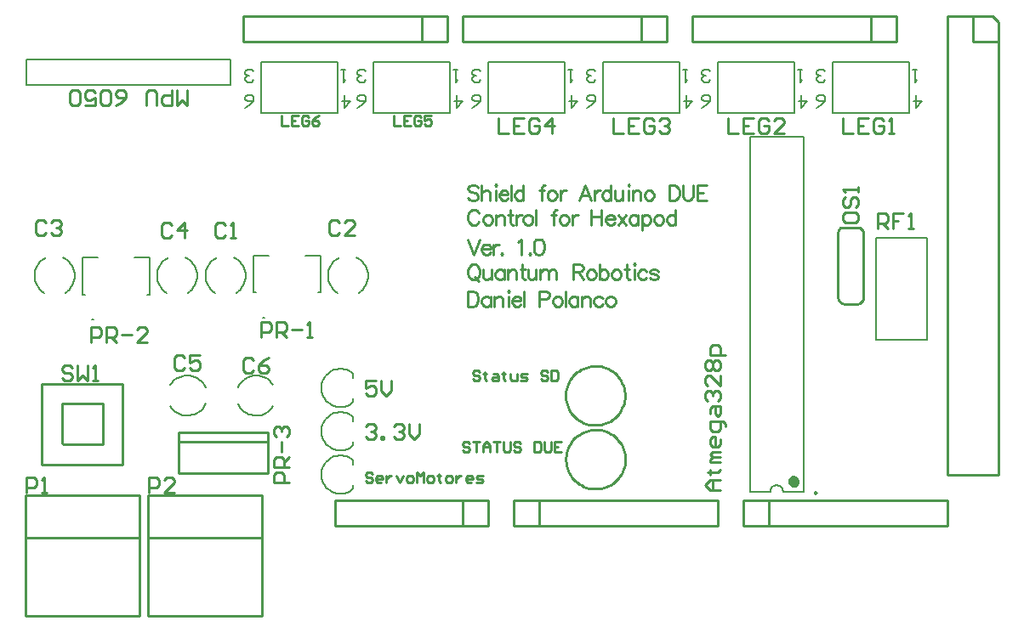
<source format=gto>
G04 Layer_Color=65535*
%FSLAX25Y25*%
%MOIN*%
G70*
G01*
G75*
%ADD12C,0.01000*%
%ADD36C,0.00787*%
%ADD37C,0.00913*%
%ADD38C,0.00984*%
%ADD39C,0.02362*%
%ADD40C,0.00500*%
%ADD41C,0.00800*%
D12*
X328000Y122000D02*
X327000Y121732D01*
X326268Y121000D01*
X326000Y120000D01*
X336000Y119500D02*
X335810Y120457D01*
X335268Y121268D01*
X334457Y121810D01*
X333500Y122000D01*
Y92000D02*
X334457Y92190D01*
X335268Y92732D01*
X335810Y93543D01*
X336000Y94500D01*
X326000D02*
X326190Y93543D01*
X326732Y92732D01*
X327543Y92190D01*
X328500Y92000D01*
X289000Y5000D02*
Y15000D01*
X369000D01*
Y5000D02*
Y15000D01*
X289000Y5000D02*
X369000D01*
X299000D02*
Y15000D01*
X349000Y195000D02*
Y205000D01*
X269000Y195000D02*
X349000D01*
X269000D02*
Y205000D01*
X349000D01*
X339000Y195000D02*
Y205000D01*
X199000Y5000D02*
Y15000D01*
X279000D01*
Y5000D02*
Y15000D01*
X199000Y5000D02*
X279000D01*
X209000D02*
Y15000D01*
X259000Y195000D02*
Y205000D01*
X179000Y195000D02*
X259000D01*
X179000D02*
Y205000D01*
X259000D01*
X249000Y195000D02*
Y205000D01*
X389000Y25000D02*
Y202500D01*
X386500Y205000D02*
X389000Y202500D01*
X369000Y205000D02*
X386500D01*
X379000Y195000D02*
Y205000D01*
Y195000D02*
X389000D01*
X369000Y25000D02*
Y205000D01*
Y25000D02*
X389000D01*
X189000Y5000D02*
Y10000D01*
X179000Y5000D02*
X189000D01*
X129000Y15000D02*
X179000D01*
X129000Y5000D02*
Y15000D01*
Y5000D02*
X179000D01*
Y15000D01*
X189000D01*
Y10000D02*
Y15000D01*
X173000Y195000D02*
Y205000D01*
X93000Y195000D02*
X173000D01*
X93000D02*
Y205000D01*
X173000D01*
X163000Y195000D02*
Y205000D01*
X328500Y92000D02*
X333500D01*
X336000Y94500D02*
Y119500D01*
X328000Y122000D02*
X333500D01*
X326000Y94500D02*
Y120000D01*
X67500Y25500D02*
Y38000D01*
Y25500D02*
X102500D01*
Y38000D01*
X67500D02*
X102500D01*
X67500D02*
Y41500D01*
X102500D01*
Y38000D02*
Y41500D01*
X7638Y374D02*
X52362D01*
X7638Y-30370D02*
X52362D01*
X7638D02*
Y16874D01*
X52362Y-30370D02*
Y16874D01*
X7638D02*
X52362D01*
X55638Y374D02*
X100362D01*
X55638Y-30370D02*
X100362D01*
X55638D02*
Y16874D01*
X100362Y-30370D02*
Y16874D01*
X55638D02*
X100362D01*
X14004Y29000D02*
X45500D01*
X14000Y29004D02*
Y60500D01*
X45500Y29004D02*
Y60500D01*
X14000D02*
X45496D01*
X22000Y37252D02*
Y53000D01*
X22126D02*
X37874D01*
X22126Y37000D02*
X37874D01*
X38000D02*
Y52748D01*
X184999Y137678D02*
X184428Y138249D01*
X183571Y138535D01*
X182428D01*
X181571Y138249D01*
X181000Y137678D01*
Y137106D01*
X181286Y136535D01*
X181571Y136249D01*
X182143Y135964D01*
X183856Y135392D01*
X184428Y135107D01*
X184713Y134821D01*
X184999Y134250D01*
Y133393D01*
X184428Y132822D01*
X183571Y132536D01*
X182428D01*
X181571Y132822D01*
X181000Y133393D01*
X186342Y138535D02*
Y132536D01*
Y135392D02*
X187199Y136249D01*
X187770Y136535D01*
X188627D01*
X189198Y136249D01*
X189484Y135392D01*
Y132536D01*
X191626Y138535D02*
X191912Y138249D01*
X192198Y138535D01*
X191912Y138820D01*
X191626Y138535D01*
X191912Y136535D02*
Y132536D01*
X193254Y134821D02*
X196682D01*
Y135392D01*
X196397Y135964D01*
X196111Y136249D01*
X195540Y136535D01*
X194683D01*
X194112Y136249D01*
X193540Y135678D01*
X193254Y134821D01*
Y134250D01*
X193540Y133393D01*
X194112Y132822D01*
X194683Y132536D01*
X195540D01*
X196111Y132822D01*
X196682Y133393D01*
X197968Y138535D02*
Y132536D01*
X202653Y138535D02*
Y132536D01*
Y135678D02*
X202081Y136249D01*
X201510Y136535D01*
X200653D01*
X200082Y136249D01*
X199510Y135678D01*
X199225Y134821D01*
Y134250D01*
X199510Y133393D01*
X200082Y132822D01*
X200653Y132536D01*
X201510D01*
X202081Y132822D01*
X202653Y133393D01*
X211251Y138535D02*
X210679D01*
X210108Y138249D01*
X209822Y137392D01*
Y132536D01*
X208965Y136535D02*
X210965D01*
X213536D02*
X212965Y136249D01*
X212393Y135678D01*
X212108Y134821D01*
Y134250D01*
X212393Y133393D01*
X212965Y132822D01*
X213536Y132536D01*
X214393D01*
X214964Y132822D01*
X215535Y133393D01*
X215821Y134250D01*
Y134821D01*
X215535Y135678D01*
X214964Y136249D01*
X214393Y136535D01*
X213536D01*
X217135D02*
Y132536D01*
Y134821D02*
X217421Y135678D01*
X217992Y136249D01*
X218563Y136535D01*
X219420D01*
X229247Y132536D02*
X226962Y138535D01*
X224676Y132536D01*
X225533Y134536D02*
X228390D01*
X230646Y136535D02*
Y132536D01*
Y134821D02*
X230932Y135678D01*
X231504Y136249D01*
X232075Y136535D01*
X232932D01*
X236902Y138535D02*
Y132536D01*
Y135678D02*
X236331Y136249D01*
X235760Y136535D01*
X234903D01*
X234331Y136249D01*
X233760Y135678D01*
X233474Y134821D01*
Y134250D01*
X233760Y133393D01*
X234331Y132822D01*
X234903Y132536D01*
X235760D01*
X236331Y132822D01*
X236902Y133393D01*
X238502Y136535D02*
Y133679D01*
X238788Y132822D01*
X239359Y132536D01*
X240216D01*
X240787Y132822D01*
X241644Y133679D01*
Y136535D02*
Y132536D01*
X243787Y138535D02*
X244072Y138249D01*
X244358Y138535D01*
X244072Y138820D01*
X243787Y138535D01*
X244072Y136535D02*
Y132536D01*
X245415Y136535D02*
Y132536D01*
Y135392D02*
X246272Y136249D01*
X246843Y136535D01*
X247700D01*
X248271Y136249D01*
X248557Y135392D01*
Y132536D01*
X251556Y136535D02*
X250985Y136249D01*
X250414Y135678D01*
X250128Y134821D01*
Y134250D01*
X250414Y133393D01*
X250985Y132822D01*
X251556Y132536D01*
X252413D01*
X252985Y132822D01*
X253556Y133393D01*
X253842Y134250D01*
Y134821D01*
X253556Y135678D01*
X252985Y136249D01*
X252413Y136535D01*
X251556D01*
X259869Y138535D02*
Y132536D01*
Y138535D02*
X261868D01*
X262725Y138249D01*
X263297Y137678D01*
X263582Y137106D01*
X263868Y136249D01*
Y134821D01*
X263582Y133964D01*
X263297Y133393D01*
X262725Y132822D01*
X261868Y132536D01*
X259869D01*
X265211Y138535D02*
Y134250D01*
X265496Y133393D01*
X266068Y132822D01*
X266925Y132536D01*
X267496D01*
X268353Y132822D01*
X268924Y133393D01*
X269210Y134250D01*
Y138535D01*
X274580D02*
X270866D01*
Y132536D01*
X274580D01*
X270866Y135678D02*
X273152D01*
X185285Y127508D02*
X184999Y128079D01*
X184428Y128651D01*
X183856Y128936D01*
X182714D01*
X182143Y128651D01*
X181571Y128079D01*
X181286Y127508D01*
X181000Y126651D01*
Y125223D01*
X181286Y124366D01*
X181571Y123794D01*
X182143Y123223D01*
X182714Y122938D01*
X183856D01*
X184428Y123223D01*
X184999Y123794D01*
X185285Y124366D01*
X188398Y126937D02*
X187827Y126651D01*
X187256Y126080D01*
X186970Y125223D01*
Y124652D01*
X187256Y123794D01*
X187827Y123223D01*
X188398Y122938D01*
X189255D01*
X189827Y123223D01*
X190398Y123794D01*
X190684Y124652D01*
Y125223D01*
X190398Y126080D01*
X189827Y126651D01*
X189255Y126937D01*
X188398D01*
X191998D02*
Y122938D01*
Y125794D02*
X192855Y126651D01*
X193426Y126937D01*
X194283D01*
X194854Y126651D01*
X195140Y125794D01*
Y122938D01*
X197568Y128936D02*
Y124080D01*
X197854Y123223D01*
X198425Y122938D01*
X198996D01*
X196711Y126937D02*
X198711D01*
X199853D02*
Y122938D01*
Y125223D02*
X200139Y126080D01*
X200710Y126651D01*
X201281Y126937D01*
X202138D01*
X204109D02*
X203538Y126651D01*
X202967Y126080D01*
X202681Y125223D01*
Y124652D01*
X202967Y123794D01*
X203538Y123223D01*
X204109Y122938D01*
X204966D01*
X205538Y123223D01*
X206109Y123794D01*
X206395Y124652D01*
Y125223D01*
X206109Y126080D01*
X205538Y126651D01*
X204966Y126937D01*
X204109D01*
X207709Y128936D02*
Y122938D01*
X215964Y128936D02*
X215393D01*
X214821Y128651D01*
X214536Y127794D01*
Y122938D01*
X213679Y126937D02*
X215678D01*
X218249D02*
X217678Y126651D01*
X217107Y126080D01*
X216821Y125223D01*
Y124652D01*
X217107Y123794D01*
X217678Y123223D01*
X218249Y122938D01*
X219106D01*
X219677Y123223D01*
X220249Y123794D01*
X220534Y124652D01*
Y125223D01*
X220249Y126080D01*
X219677Y126651D01*
X219106Y126937D01*
X218249D01*
X221848D02*
Y122938D01*
Y125223D02*
X222134Y126080D01*
X222705Y126651D01*
X223277Y126937D01*
X224134D01*
X229390Y128936D02*
Y122938D01*
X233389Y128936D02*
Y122938D01*
X229390Y126080D02*
X233389D01*
X235046Y125223D02*
X238473D01*
Y125794D01*
X238188Y126365D01*
X237902Y126651D01*
X237331Y126937D01*
X236474D01*
X235903Y126651D01*
X235331Y126080D01*
X235046Y125223D01*
Y124652D01*
X235331Y123794D01*
X235903Y123223D01*
X236474Y122938D01*
X237331D01*
X237902Y123223D01*
X238473Y123794D01*
X239759Y126937D02*
X242901Y122938D01*
Y126937D02*
X239759Y122938D01*
X247586Y126937D02*
Y122938D01*
Y126080D02*
X247014Y126651D01*
X246443Y126937D01*
X245586D01*
X245015Y126651D01*
X244444Y126080D01*
X244158Y125223D01*
Y124652D01*
X244444Y123794D01*
X245015Y123223D01*
X245586Y122938D01*
X246443D01*
X247014Y123223D01*
X247586Y123794D01*
X249185Y126937D02*
Y120938D01*
Y126080D02*
X249757Y126651D01*
X250328Y126937D01*
X251185D01*
X251756Y126651D01*
X252328Y126080D01*
X252613Y125223D01*
Y124652D01*
X252328Y123794D01*
X251756Y123223D01*
X251185Y122938D01*
X250328D01*
X249757Y123223D01*
X249185Y123794D01*
X255327Y126937D02*
X254756Y126651D01*
X254184Y126080D01*
X253899Y125223D01*
Y124652D01*
X254184Y123794D01*
X254756Y123223D01*
X255327Y122938D01*
X256184D01*
X256755Y123223D01*
X257327Y123794D01*
X257612Y124652D01*
Y125223D01*
X257327Y126080D01*
X256755Y126651D01*
X256184Y126937D01*
X255327D01*
X262354Y128936D02*
Y122938D01*
Y126080D02*
X261783Y126651D01*
X261211Y126937D01*
X260354D01*
X259783Y126651D01*
X259212Y126080D01*
X258926Y125223D01*
Y124652D01*
X259212Y123794D01*
X259783Y123223D01*
X260354Y122938D01*
X261211D01*
X261783Y123223D01*
X262354Y123794D01*
X181000Y117338D02*
X183285Y111339D01*
X185571Y117338D02*
X183285Y111339D01*
X186342Y113625D02*
X189770D01*
Y114196D01*
X189484Y114767D01*
X189198Y115053D01*
X188627Y115339D01*
X187770D01*
X187199Y115053D01*
X186627Y114482D01*
X186342Y113625D01*
Y113053D01*
X186627Y112197D01*
X187199Y111625D01*
X187770Y111339D01*
X188627D01*
X189198Y111625D01*
X189770Y112197D01*
X191055Y115339D02*
Y111339D01*
Y113625D02*
X191341Y114482D01*
X191912Y115053D01*
X192483Y115339D01*
X193340D01*
X194169Y111911D02*
X193883Y111625D01*
X194169Y111339D01*
X194454Y111625D01*
X194169Y111911D01*
X200482Y116196D02*
X201053Y116481D01*
X201910Y117338D01*
Y111339D01*
X205166Y111911D02*
X204881Y111625D01*
X205166Y111339D01*
X205452Y111625D01*
X205166Y111911D01*
X208480Y117338D02*
X207623Y117053D01*
X207052Y116196D01*
X206766Y114767D01*
Y113910D01*
X207052Y112482D01*
X207623Y111625D01*
X208480Y111339D01*
X209051D01*
X209908Y111625D01*
X210479Y112482D01*
X210765Y113910D01*
Y114767D01*
X210479Y116196D01*
X209908Y117053D01*
X209051Y117338D01*
X208480D01*
X182714Y107454D02*
X182143Y107168D01*
X181571Y106597D01*
X181286Y106026D01*
X181000Y105169D01*
Y103741D01*
X181286Y102884D01*
X181571Y102312D01*
X182143Y101741D01*
X182714Y101455D01*
X183856D01*
X184428Y101741D01*
X184999Y102312D01*
X185285Y102884D01*
X185571Y103741D01*
Y105169D01*
X185285Y106026D01*
X184999Y106597D01*
X184428Y107168D01*
X183856Y107454D01*
X182714D01*
X183571Y102598D02*
X185285Y100884D01*
X186970Y105455D02*
Y102598D01*
X187256Y101741D01*
X187827Y101455D01*
X188684D01*
X189255Y101741D01*
X190112Y102598D01*
Y105455D02*
Y101455D01*
X195111Y105455D02*
Y101455D01*
Y104598D02*
X194540Y105169D01*
X193969Y105455D01*
X193112D01*
X192540Y105169D01*
X191969Y104598D01*
X191683Y103741D01*
Y103169D01*
X191969Y102312D01*
X192540Y101741D01*
X193112Y101455D01*
X193969D01*
X194540Y101741D01*
X195111Y102312D01*
X196711Y105455D02*
Y101455D01*
Y104312D02*
X197568Y105169D01*
X198139Y105455D01*
X198996D01*
X199567Y105169D01*
X199853Y104312D01*
Y101455D01*
X202281Y107454D02*
Y102598D01*
X202567Y101741D01*
X203138Y101455D01*
X203709D01*
X201424Y105455D02*
X203424D01*
X204566D02*
Y102598D01*
X204852Y101741D01*
X205423Y101455D01*
X206280D01*
X206852Y101741D01*
X207709Y102598D01*
Y105455D02*
Y101455D01*
X209280Y105455D02*
Y101455D01*
Y104312D02*
X210137Y105169D01*
X210708Y105455D01*
X211565D01*
X212136Y105169D01*
X212422Y104312D01*
Y101455D01*
Y104312D02*
X213279Y105169D01*
X213850Y105455D01*
X214707D01*
X215278Y105169D01*
X215564Y104312D01*
Y101455D01*
X222163Y107454D02*
Y101455D01*
Y107454D02*
X224733D01*
X225590Y107168D01*
X225876Y106883D01*
X226162Y106312D01*
Y105740D01*
X225876Y105169D01*
X225590Y104883D01*
X224733Y104598D01*
X222163D01*
X224162D02*
X226162Y101455D01*
X228933Y105455D02*
X228361Y105169D01*
X227790Y104598D01*
X227504Y103741D01*
Y103169D01*
X227790Y102312D01*
X228361Y101741D01*
X228933Y101455D01*
X229790D01*
X230361Y101741D01*
X230932Y102312D01*
X231218Y103169D01*
Y103741D01*
X230932Y104598D01*
X230361Y105169D01*
X229790Y105455D01*
X228933D01*
X232532Y107454D02*
Y101455D01*
Y104598D02*
X233103Y105169D01*
X233674Y105455D01*
X234531D01*
X235103Y105169D01*
X235674Y104598D01*
X235960Y103741D01*
Y103169D01*
X235674Y102312D01*
X235103Y101741D01*
X234531Y101455D01*
X233674D01*
X233103Y101741D01*
X232532Y102312D01*
X238673Y105455D02*
X238102Y105169D01*
X237531Y104598D01*
X237245Y103741D01*
Y103169D01*
X237531Y102312D01*
X238102Y101741D01*
X238673Y101455D01*
X239530D01*
X240102Y101741D01*
X240673Y102312D01*
X240959Y103169D01*
Y103741D01*
X240673Y104598D01*
X240102Y105169D01*
X239530Y105455D01*
X238673D01*
X243130Y107454D02*
Y102598D01*
X243415Y101741D01*
X243987Y101455D01*
X244558D01*
X242273Y105455D02*
X244272D01*
X245986Y107454D02*
X246272Y107168D01*
X246557Y107454D01*
X246272Y107740D01*
X245986Y107454D01*
X246272Y105455D02*
Y101455D01*
X251042Y104598D02*
X250471Y105169D01*
X249900Y105455D01*
X249043D01*
X248471Y105169D01*
X247900Y104598D01*
X247614Y103741D01*
Y103169D01*
X247900Y102312D01*
X248471Y101741D01*
X249043Y101455D01*
X249900D01*
X250471Y101741D01*
X251042Y102312D01*
X255470Y104598D02*
X255184Y105169D01*
X254327Y105455D01*
X253470D01*
X252613Y105169D01*
X252328Y104598D01*
X252613Y104026D01*
X253185Y103741D01*
X254613Y103455D01*
X255184Y103169D01*
X255470Y102598D01*
Y102312D01*
X255184Y101741D01*
X254327Y101455D01*
X253470D01*
X252613Y101741D01*
X252328Y102312D01*
X181000Y96999D02*
Y91000D01*
Y96999D02*
X183000D01*
X183856Y96713D01*
X184428Y96142D01*
X184713Y95570D01*
X184999Y94713D01*
Y93285D01*
X184713Y92428D01*
X184428Y91857D01*
X183856Y91286D01*
X183000Y91000D01*
X181000D01*
X189770Y94999D02*
Y91000D01*
Y94142D02*
X189198Y94713D01*
X188627Y94999D01*
X187770D01*
X187199Y94713D01*
X186627Y94142D01*
X186342Y93285D01*
Y92714D01*
X186627Y91857D01*
X187199Y91286D01*
X187770Y91000D01*
X188627D01*
X189198Y91286D01*
X189770Y91857D01*
X191369Y94999D02*
Y91000D01*
Y93857D02*
X192226Y94713D01*
X192798Y94999D01*
X193654D01*
X194226Y94713D01*
X194511Y93857D01*
Y91000D01*
X196654Y96999D02*
X196939Y96713D01*
X197225Y96999D01*
X196939Y97284D01*
X196654Y96999D01*
X196939Y94999D02*
Y91000D01*
X198282Y93285D02*
X201710D01*
Y93857D01*
X201424Y94428D01*
X201138Y94713D01*
X200567Y94999D01*
X199710D01*
X199139Y94713D01*
X198568Y94142D01*
X198282Y93285D01*
Y92714D01*
X198568Y91857D01*
X199139Y91286D01*
X199710Y91000D01*
X200567D01*
X201138Y91286D01*
X201710Y91857D01*
X202995Y96999D02*
Y91000D01*
X208965Y93857D02*
X211536D01*
X212393Y94142D01*
X212679Y94428D01*
X212965Y94999D01*
Y95856D01*
X212679Y96427D01*
X212393Y96713D01*
X211536Y96999D01*
X208965D01*
Y91000D01*
X215735Y94999D02*
X215164Y94713D01*
X214593Y94142D01*
X214307Y93285D01*
Y92714D01*
X214593Y91857D01*
X215164Y91286D01*
X215735Y91000D01*
X216592D01*
X217164Y91286D01*
X217735Y91857D01*
X218021Y92714D01*
Y93285D01*
X217735Y94142D01*
X217164Y94713D01*
X216592Y94999D01*
X215735D01*
X219335Y96999D02*
Y91000D01*
X224019Y94999D02*
Y91000D01*
Y94142D02*
X223448Y94713D01*
X222877Y94999D01*
X222020D01*
X221448Y94713D01*
X220877Y94142D01*
X220591Y93285D01*
Y92714D01*
X220877Y91857D01*
X221448Y91286D01*
X222020Y91000D01*
X222877D01*
X223448Y91286D01*
X224019Y91857D01*
X225619Y94999D02*
Y91000D01*
Y93857D02*
X226476Y94713D01*
X227047Y94999D01*
X227904D01*
X228475Y94713D01*
X228761Y93857D01*
Y91000D01*
X233760Y94142D02*
X233189Y94713D01*
X232617Y94999D01*
X231761D01*
X231189Y94713D01*
X230618Y94142D01*
X230332Y93285D01*
Y92714D01*
X230618Y91857D01*
X231189Y91286D01*
X231761Y91000D01*
X232617D01*
X233189Y91286D01*
X233760Y91857D01*
X236474Y94999D02*
X235903Y94713D01*
X235331Y94142D01*
X235046Y93285D01*
Y92714D01*
X235331Y91857D01*
X235903Y91286D01*
X236474Y91000D01*
X237331D01*
X237902Y91286D01*
X238473Y91857D01*
X238759Y92714D01*
Y93285D01*
X238473Y94142D01*
X237902Y94713D01*
X237331Y94999D01*
X236474D01*
X85999Y122998D02*
X84999Y123998D01*
X83000D01*
X82000Y122998D01*
Y119000D01*
X83000Y118000D01*
X84999D01*
X85999Y119000D01*
X87998Y118000D02*
X89997D01*
X88998D01*
Y123998D01*
X87998Y122998D01*
X130699Y123898D02*
X129699Y124898D01*
X127700D01*
X126700Y123898D01*
Y119900D01*
X127700Y118900D01*
X129699D01*
X130699Y119900D01*
X136697Y118900D02*
X132698D01*
X136697Y122899D01*
Y123898D01*
X135697Y124898D01*
X133698D01*
X132698Y123898D01*
X15699D02*
X14699Y124898D01*
X12700D01*
X11700Y123898D01*
Y119900D01*
X12700Y118900D01*
X14699D01*
X15699Y119900D01*
X17698Y123898D02*
X18698Y124898D01*
X20697D01*
X21697Y123898D01*
Y122899D01*
X20697Y121899D01*
X19697D01*
X20697D01*
X21697Y120899D01*
Y119900D01*
X20697Y118900D01*
X18698D01*
X17698Y119900D01*
X64999Y122998D02*
X63999Y123998D01*
X62000D01*
X61000Y122998D01*
Y119000D01*
X62000Y118000D01*
X63999D01*
X64999Y119000D01*
X69997Y118000D02*
Y123998D01*
X66998Y120999D01*
X70997D01*
X69999Y70998D02*
X68999Y71998D01*
X67000D01*
X66000Y70998D01*
Y67000D01*
X67000Y66000D01*
X68999D01*
X69999Y67000D01*
X75997Y71998D02*
X71998D01*
Y68999D01*
X73997Y69999D01*
X74997D01*
X75997Y68999D01*
Y67000D01*
X74997Y66000D01*
X72998D01*
X71998Y67000D01*
X96999Y69998D02*
X95999Y70998D01*
X94000D01*
X93000Y69998D01*
Y66000D01*
X94000Y65000D01*
X95999D01*
X96999Y66000D01*
X102997Y70998D02*
X100997Y69998D01*
X98998Y67999D01*
Y66000D01*
X99998Y65000D01*
X101997D01*
X102997Y66000D01*
Y66999D01*
X101997Y67999D01*
X98998D01*
X144999Y61998D02*
X141000D01*
Y58999D01*
X142999Y59999D01*
X143999D01*
X144999Y58999D01*
Y57000D01*
X143999Y56000D01*
X142000D01*
X141000Y57000D01*
X146998Y61998D02*
Y57999D01*
X148997Y56000D01*
X150997Y57999D01*
Y61998D01*
X141000Y43998D02*
X142000Y44998D01*
X143999D01*
X144999Y43998D01*
Y42999D01*
X143999Y41999D01*
X142999D01*
X143999D01*
X144999Y40999D01*
Y40000D01*
X143999Y39000D01*
X142000D01*
X141000Y40000D01*
X146998Y39000D02*
Y40000D01*
X147998D01*
Y39000D01*
X146998D01*
X151996Y43998D02*
X152996Y44998D01*
X154996D01*
X155995Y43998D01*
Y42999D01*
X154996Y41999D01*
X153996D01*
X154996D01*
X155995Y40999D01*
Y40000D01*
X154996Y39000D01*
X152996D01*
X151996Y40000D01*
X157994Y44998D02*
Y40999D01*
X159994Y39000D01*
X161993Y40999D01*
Y44998D01*
X143666Y25332D02*
X142999Y25999D01*
X141666D01*
X141000Y25332D01*
Y24666D01*
X141666Y23999D01*
X142999D01*
X143666Y23333D01*
Y22667D01*
X142999Y22000D01*
X141666D01*
X141000Y22667D01*
X146998Y22000D02*
X145665D01*
X144999Y22667D01*
Y23999D01*
X145665Y24666D01*
X146998D01*
X147664Y23999D01*
Y23333D01*
X144999D01*
X148997Y24666D02*
Y22000D01*
Y23333D01*
X149664Y23999D01*
X150330Y24666D01*
X150997D01*
X152996D02*
X154329Y22000D01*
X155662Y24666D01*
X157661Y22000D02*
X158994D01*
X159661Y22667D01*
Y23999D01*
X158994Y24666D01*
X157661D01*
X156995Y23999D01*
Y22667D01*
X157661Y22000D01*
X160994D02*
Y25999D01*
X162326Y24666D01*
X163659Y25999D01*
Y22000D01*
X165659D02*
X166992D01*
X167658Y22667D01*
Y23999D01*
X166992Y24666D01*
X165659D01*
X164992Y23999D01*
Y22667D01*
X165659Y22000D01*
X169657Y25332D02*
Y24666D01*
X168991D01*
X170324D01*
X169657D01*
Y22667D01*
X170324Y22000D01*
X172990D02*
X174323D01*
X174989Y22667D01*
Y23999D01*
X174323Y24666D01*
X172990D01*
X172323Y23999D01*
Y22667D01*
X172990Y22000D01*
X176322Y24666D02*
Y22000D01*
Y23333D01*
X176988Y23999D01*
X177655Y24666D01*
X178321D01*
X182320Y22000D02*
X180987D01*
X180321Y22667D01*
Y23999D01*
X180987Y24666D01*
X182320D01*
X182986Y23999D01*
Y23333D01*
X180321D01*
X184319Y22000D02*
X186319D01*
X186985Y22667D01*
X186319Y23333D01*
X184986D01*
X184319Y23999D01*
X184986Y24666D01*
X186985D01*
X181666Y37332D02*
X180999Y37999D01*
X179666D01*
X179000Y37332D01*
Y36666D01*
X179666Y35999D01*
X180999D01*
X181666Y35333D01*
Y34666D01*
X180999Y34000D01*
X179666D01*
X179000Y34666D01*
X182999Y37999D02*
X185664D01*
X184332D01*
Y34000D01*
X186997D02*
Y36666D01*
X188330Y37999D01*
X189663Y36666D01*
Y34000D01*
Y35999D01*
X186997D01*
X190996Y37999D02*
X193662D01*
X192329D01*
Y34000D01*
X194995Y37999D02*
Y34666D01*
X195661Y34000D01*
X196994D01*
X197661Y34666D01*
Y37999D01*
X201659Y37332D02*
X200993Y37999D01*
X199660D01*
X198994Y37332D01*
Y36666D01*
X199660Y35999D01*
X200993D01*
X201659Y35333D01*
Y34666D01*
X200993Y34000D01*
X199660D01*
X198994Y34666D01*
X206991Y37999D02*
Y34000D01*
X208990D01*
X209657Y34666D01*
Y37332D01*
X208990Y37999D01*
X206991D01*
X210990D02*
Y34666D01*
X211656Y34000D01*
X212989D01*
X213655Y34666D01*
Y37999D01*
X217654D02*
X214988D01*
Y34000D01*
X217654D01*
X214988Y35999D02*
X216321D01*
X185666Y65332D02*
X184999Y65999D01*
X183667D01*
X183000Y65332D01*
Y64666D01*
X183667Y63999D01*
X184999D01*
X185666Y63333D01*
Y62666D01*
X184999Y62000D01*
X183667D01*
X183000Y62666D01*
X187665Y65332D02*
Y64666D01*
X186999D01*
X188332D01*
X187665D01*
Y62666D01*
X188332Y62000D01*
X190997Y64666D02*
X192330D01*
X192997Y63999D01*
Y62000D01*
X190997D01*
X190331Y62666D01*
X190997Y63333D01*
X192997D01*
X194996Y65332D02*
Y64666D01*
X194330D01*
X195663D01*
X194996D01*
Y62666D01*
X195663Y62000D01*
X197662Y64666D02*
Y62666D01*
X198328Y62000D01*
X200328D01*
Y64666D01*
X201661Y62000D02*
X203660D01*
X204326Y62666D01*
X203660Y63333D01*
X202327D01*
X201661Y63999D01*
X202327Y64666D01*
X204326D01*
X212324Y65332D02*
X211657Y65999D01*
X210325D01*
X209658Y65332D01*
Y64666D01*
X210325Y63999D01*
X211657D01*
X212324Y63333D01*
Y62666D01*
X211657Y62000D01*
X210325D01*
X209658Y62666D01*
X213657Y65999D02*
Y62000D01*
X215656D01*
X216323Y62666D01*
Y65332D01*
X215656Y65999D01*
X213657D01*
X328002Y126999D02*
Y125000D01*
X329002Y124000D01*
X333000D01*
X334000Y125000D01*
Y126999D01*
X333000Y127999D01*
X329002D01*
X328002Y126999D01*
X329002Y133997D02*
X328002Y132997D01*
Y130998D01*
X329002Y129998D01*
X330001D01*
X331001Y130998D01*
Y132997D01*
X332001Y133997D01*
X333000D01*
X334000Y132997D01*
Y130998D01*
X333000Y129998D01*
X334000Y135996D02*
Y137996D01*
Y136996D01*
X328002D01*
X329002Y135996D01*
X8000Y18000D02*
Y23998D01*
X10999D01*
X11999Y22998D01*
Y20999D01*
X10999Y19999D01*
X8000D01*
X13998Y18000D02*
X15997D01*
X14998D01*
Y23998D01*
X13998Y22998D01*
X56000Y18000D02*
Y23998D01*
X58999D01*
X59999Y22998D01*
Y20999D01*
X58999Y19999D01*
X56000D01*
X65997Y18000D02*
X61998D01*
X65997Y21999D01*
Y22998D01*
X64997Y23998D01*
X62998D01*
X61998Y22998D01*
X71000Y176000D02*
Y170002D01*
X69001Y172001D01*
X67001Y170002D01*
Y176000D01*
X65002D02*
Y170002D01*
X62003D01*
X61003Y171002D01*
Y173001D01*
X62003Y174001D01*
X65002D01*
X59004Y170002D02*
Y175000D01*
X58004Y176000D01*
X56005D01*
X55005Y175000D01*
Y170002D01*
X43009D02*
X45008Y171002D01*
X47008Y173001D01*
Y175000D01*
X46008Y176000D01*
X44009D01*
X43009Y175000D01*
Y174001D01*
X44009Y173001D01*
X47008D01*
X41010Y171002D02*
X40010Y170002D01*
X38011D01*
X37011Y171002D01*
Y175000D01*
X38011Y176000D01*
X40010D01*
X41010Y175000D01*
Y171002D01*
X31013Y170002D02*
X35012D01*
Y173001D01*
X33012Y172001D01*
X32013D01*
X31013Y173001D01*
Y175000D01*
X32013Y176000D01*
X34012D01*
X35012Y175000D01*
X29014Y171002D02*
X28014Y170002D01*
X26015D01*
X25015Y171002D01*
Y175000D01*
X26015Y176000D01*
X28014D01*
X29014Y175000D01*
Y171002D01*
X328000Y164998D02*
Y159000D01*
X331999D01*
X337997Y164998D02*
X333998D01*
Y159000D01*
X337997D01*
X333998Y161999D02*
X335997D01*
X343995Y163998D02*
X342995Y164998D01*
X340996D01*
X339996Y163998D01*
Y160000D01*
X340996Y159000D01*
X342995D01*
X343995Y160000D01*
Y161999D01*
X341996D01*
X345994Y159000D02*
X347993D01*
X346994D01*
Y164998D01*
X345994Y163998D01*
X283000Y164998D02*
Y159000D01*
X286999D01*
X292997Y164998D02*
X288998D01*
Y159000D01*
X292997D01*
X288998Y161999D02*
X290997D01*
X298995Y163998D02*
X297995Y164998D01*
X295996D01*
X294996Y163998D01*
Y160000D01*
X295996Y159000D01*
X297995D01*
X298995Y160000D01*
Y161999D01*
X296995D01*
X304993Y159000D02*
X300994D01*
X304993Y162999D01*
Y163998D01*
X303993Y164998D01*
X301994D01*
X300994Y163998D01*
X238000Y164998D02*
Y159000D01*
X241999D01*
X247997Y164998D02*
X243998D01*
Y159000D01*
X247997D01*
X243998Y161999D02*
X245997D01*
X253995Y163998D02*
X252995Y164998D01*
X250996D01*
X249996Y163998D01*
Y160000D01*
X250996Y159000D01*
X252995D01*
X253995Y160000D01*
Y161999D01*
X251995D01*
X255994Y163998D02*
X256994Y164998D01*
X258993D01*
X259993Y163998D01*
Y162999D01*
X258993Y161999D01*
X257994D01*
X258993D01*
X259993Y160999D01*
Y160000D01*
X258993Y159000D01*
X256994D01*
X255994Y160000D01*
X193000Y164998D02*
Y159000D01*
X196999D01*
X202997Y164998D02*
X198998D01*
Y159000D01*
X202997D01*
X198998Y161999D02*
X200997D01*
X208995Y163998D02*
X207995Y164998D01*
X205996D01*
X204996Y163998D01*
Y160000D01*
X205996Y159000D01*
X207995D01*
X208995Y160000D01*
Y161999D01*
X206996D01*
X213993Y159000D02*
Y164998D01*
X210994Y161999D01*
X214993D01*
X152000Y165999D02*
Y162000D01*
X154666D01*
X158665Y165999D02*
X155999D01*
Y162000D01*
X158665D01*
X155999Y163999D02*
X157332D01*
X162663Y165332D02*
X161997Y165999D01*
X160664D01*
X159997Y165332D01*
Y162666D01*
X160664Y162000D01*
X161997D01*
X162663Y162666D01*
Y163999D01*
X161330D01*
X166662Y165999D02*
X163996D01*
Y163999D01*
X165329Y164666D01*
X165996D01*
X166662Y163999D01*
Y162666D01*
X165996Y162000D01*
X164663D01*
X163996Y162666D01*
X108000Y165999D02*
Y162000D01*
X110666D01*
X114664Y165999D02*
X111999D01*
Y162000D01*
X114664D01*
X111999Y163999D02*
X113332D01*
X118663Y165332D02*
X117997Y165999D01*
X116664D01*
X115997Y165332D01*
Y162666D01*
X116664Y162000D01*
X117997D01*
X118663Y162666D01*
Y163999D01*
X117330D01*
X122662Y165999D02*
X121329Y165332D01*
X119996Y163999D01*
Y162666D01*
X120663Y162000D01*
X121995D01*
X122662Y162666D01*
Y163333D01*
X121995Y163999D01*
X119996D01*
X100000Y79000D02*
Y84998D01*
X102999D01*
X103999Y83998D01*
Y81999D01*
X102999Y80999D01*
X100000D01*
X105998Y79000D02*
Y84998D01*
X108997D01*
X109997Y83998D01*
Y81999D01*
X108997Y80999D01*
X105998D01*
X107997D02*
X109997Y79000D01*
X111996Y81999D02*
X115995D01*
X117994Y79000D02*
X119994D01*
X118994D01*
Y84998D01*
X117994Y83998D01*
X33157Y77000D02*
Y82998D01*
X36156D01*
X37156Y81998D01*
Y79999D01*
X36156Y78999D01*
X33157D01*
X39156Y77000D02*
Y82998D01*
X42154D01*
X43154Y81998D01*
Y79999D01*
X42154Y78999D01*
X39156D01*
X41155D02*
X43154Y77000D01*
X45154Y79999D02*
X49152D01*
X55150Y77000D02*
X51152D01*
X55150Y80999D01*
Y81998D01*
X54151Y82998D01*
X52151D01*
X51152Y81998D01*
X111000Y22000D02*
X105002D01*
Y24999D01*
X106002Y25999D01*
X108001D01*
X109001Y24999D01*
Y22000D01*
X111000Y27998D02*
X105002D01*
Y30997D01*
X106002Y31997D01*
X108001D01*
X109001Y30997D01*
Y27998D01*
Y29997D02*
X111000Y31997D01*
X108001Y33996D02*
Y37995D01*
X106002Y39994D02*
X105002Y40994D01*
Y42993D01*
X106002Y43993D01*
X107001D01*
X108001Y42993D01*
Y41993D01*
Y42993D01*
X109001Y43993D01*
X110000D01*
X111000Y42993D01*
Y40994D01*
X110000Y39994D01*
X341600Y121400D02*
Y127398D01*
X344599D01*
X345599Y126398D01*
Y124399D01*
X344599Y123399D01*
X341600D01*
X343599D02*
X345599Y121400D01*
X351597Y127398D02*
X347598D01*
Y124399D01*
X349597D01*
X347598D01*
Y121400D01*
X353596D02*
X355595D01*
X354596D01*
Y127398D01*
X353596Y126398D01*
X25999Y66998D02*
X24999Y67998D01*
X23000D01*
X22000Y66998D01*
Y65999D01*
X23000Y64999D01*
X24999D01*
X25999Y63999D01*
Y63000D01*
X24999Y62000D01*
X23000D01*
X22000Y63000D01*
X27998Y67998D02*
Y62000D01*
X29997Y63999D01*
X31997Y62000D01*
Y67998D01*
X33996Y62000D02*
X35996D01*
X34996D01*
Y67998D01*
X33996Y66998D01*
X280000Y19000D02*
X276001D01*
X274002Y20999D01*
X276001Y22999D01*
X280000D01*
X277001D01*
Y19000D01*
X275002Y25998D02*
X276001D01*
Y24998D01*
Y26997D01*
Y25998D01*
X279000D01*
X280000Y26997D01*
Y29996D02*
X276001D01*
Y30996D01*
X277001Y31996D01*
X280000D01*
X277001D01*
X276001Y32996D01*
X277001Y33995D01*
X280000D01*
Y38993D02*
Y36994D01*
X279000Y35994D01*
X277001D01*
X276001Y36994D01*
Y38993D01*
X277001Y39993D01*
X278001D01*
Y35994D01*
X281999Y43992D02*
Y44992D01*
X281000Y45991D01*
X276001D01*
Y42992D01*
X277001Y41993D01*
X279000D01*
X280000Y42992D01*
Y45991D01*
X276001Y48990D02*
Y50990D01*
X277001Y51989D01*
X280000D01*
Y48990D01*
X279000Y47991D01*
X278001Y48990D01*
Y51989D01*
X275002Y53989D02*
X274002Y54988D01*
Y56988D01*
X275002Y57987D01*
X276001D01*
X277001Y56988D01*
Y55988D01*
Y56988D01*
X278001Y57987D01*
X279000D01*
X280000Y56988D01*
Y54988D01*
X279000Y53989D01*
X280000Y63986D02*
Y59987D01*
X276001Y63986D01*
X275002D01*
X274002Y62986D01*
Y60986D01*
X275002Y59987D01*
Y65985D02*
X274002Y66984D01*
Y68984D01*
X275002Y69984D01*
X276001D01*
X277001Y68984D01*
X278001Y69984D01*
X279000D01*
X280000Y68984D01*
Y66984D01*
X279000Y65985D01*
X278001D01*
X277001Y66984D01*
X276001Y65985D01*
X275002D01*
X277001Y66984D02*
Y68984D01*
X281999Y71983D02*
X276001D01*
Y74982D01*
X277001Y75982D01*
X279000D01*
X280000Y74982D01*
Y71983D01*
D36*
X23232Y96360D02*
X24034Y96946D01*
X24756Y97627D01*
X25387Y98395D01*
X25916Y99235D01*
X26334Y100135D01*
X26637Y101081D01*
X26817Y102058D01*
X26874Y103049D01*
X26805Y104040D01*
X26612Y105014D01*
X26298Y105956D01*
X25868Y106851D01*
X25329Y107684D01*
X24689Y108444D01*
X23959Y109116D01*
X23149Y109692D01*
X22274Y110161D01*
X15726Y110161D02*
X14851Y109692D01*
X14041Y109116D01*
X13311Y108444D01*
X12671Y107685D01*
X12132Y106851D01*
X11702Y105956D01*
X11388Y105014D01*
X11195Y104040D01*
X11126Y103049D01*
X11183Y102058D01*
X11363Y101081D01*
X11666Y100135D01*
X12084Y99235D01*
X12613Y98395D01*
X13244Y97627D01*
X13966Y96946D01*
X14768Y96360D01*
X138232D02*
X139034Y96946D01*
X139756Y97627D01*
X140387Y98395D01*
X140916Y99235D01*
X141334Y100135D01*
X141637Y101081D01*
X141817Y102058D01*
X141874Y103049D01*
X141805Y104040D01*
X141612Y105014D01*
X141298Y105956D01*
X140868Y106851D01*
X140329Y107684D01*
X139689Y108444D01*
X138959Y109116D01*
X138150Y109692D01*
X137274Y110161D01*
X130726Y110161D02*
X129850Y109692D01*
X129041Y109116D01*
X128311Y108444D01*
X127671Y107685D01*
X127132Y106851D01*
X126702Y105956D01*
X126388Y105014D01*
X126195Y104040D01*
X126126Y103049D01*
X126183Y102058D01*
X126363Y101081D01*
X126666Y100135D01*
X127085Y99235D01*
X127613Y98395D01*
X128244Y97627D01*
X128966Y96946D01*
X129768Y96360D01*
X101378Y86504D02*
X100591D01*
X101378D01*
X136045Y64549D02*
X135271Y65165D01*
X134423Y65673D01*
X133516Y66066D01*
X132564Y66335D01*
X131586Y66477D01*
X130597Y66489D01*
X129616Y66371D01*
X128658Y66125D01*
X127741Y65755D01*
X126881Y65268D01*
X126092Y64671D01*
X125389Y63977D01*
X124783Y63195D01*
X124285Y62341D01*
X123904Y61429D01*
X123646Y60474D01*
X123516Y59494D01*
Y58506D01*
X123646Y57526D01*
X123904Y56571D01*
X124285Y55659D01*
X124783Y54805D01*
X125389Y54023D01*
X126092Y53329D01*
X126881Y52732D01*
X127741Y52245D01*
X128658Y51875D01*
X129616Y51629D01*
X130597Y51511D01*
X131586Y51523D01*
X132564Y51665D01*
X133516Y51934D01*
X134423Y52327D01*
X135271Y52835D01*
X136045Y53451D01*
Y47550D02*
X135271Y48165D01*
X134423Y48673D01*
X133516Y49066D01*
X132564Y49335D01*
X131586Y49477D01*
X130597Y49489D01*
X129616Y49371D01*
X128658Y49125D01*
X127741Y48755D01*
X126881Y48268D01*
X126092Y47671D01*
X125389Y46977D01*
X124783Y46195D01*
X124285Y45341D01*
X123904Y44429D01*
X123646Y43474D01*
X123516Y42494D01*
Y41506D01*
X123646Y40526D01*
X123904Y39571D01*
X124285Y38659D01*
X124783Y37805D01*
X125389Y37023D01*
X126092Y36329D01*
X126881Y35732D01*
X127741Y35245D01*
X128658Y34875D01*
X129616Y34629D01*
X130597Y34511D01*
X131586Y34523D01*
X132564Y34665D01*
X133516Y34934D01*
X134423Y35327D01*
X135271Y35835D01*
X136045Y36450D01*
X34378Y85783D02*
X33591D01*
X34378D01*
X304500Y18315D02*
X304310Y19272D01*
X303768Y20083D01*
X302957Y20625D01*
X302000Y20815D01*
X301043Y20625D01*
X300232Y20083D01*
X299690Y19272D01*
X299500Y18315D01*
X136045Y30549D02*
X135271Y31165D01*
X134423Y31673D01*
X133516Y32065D01*
X132564Y32335D01*
X131586Y32477D01*
X130597Y32489D01*
X129616Y32371D01*
X128658Y32125D01*
X127741Y31755D01*
X126881Y31268D01*
X126092Y30672D01*
X125389Y29977D01*
X124783Y29195D01*
X124285Y28341D01*
X123904Y27429D01*
X123646Y26474D01*
X123516Y25494D01*
Y24506D01*
X123646Y23526D01*
X123904Y22571D01*
X124285Y21659D01*
X124783Y20805D01*
X125389Y20023D01*
X126092Y19329D01*
X126881Y18732D01*
X127741Y18245D01*
X128658Y17875D01*
X129616Y17629D01*
X130597Y17511D01*
X131586Y17523D01*
X132564Y17665D01*
X133516Y17934D01*
X134423Y18327D01*
X135271Y18835D01*
X136045Y19451D01*
X64360Y51768D02*
X64946Y50966D01*
X65627Y50244D01*
X66395Y49613D01*
X67235Y49084D01*
X68135Y48666D01*
X69081Y48363D01*
X70058Y48183D01*
X71049Y48126D01*
X72040Y48195D01*
X73014Y48388D01*
X73956Y48702D01*
X74851Y49132D01*
X75684Y49671D01*
X76444Y50311D01*
X77117Y51041D01*
X77692Y51850D01*
X78161Y52726D01*
Y59274D02*
X77692Y60150D01*
X77117Y60959D01*
X76444Y61689D01*
X75684Y62329D01*
X74851Y62868D01*
X73956Y63298D01*
X73014Y63612D01*
X72040Y63805D01*
X71049Y63874D01*
X70058Y63817D01*
X69081Y63637D01*
X68135Y63334D01*
X67235Y62915D01*
X66395Y62387D01*
X65627Y61756D01*
X64946Y61034D01*
X64360Y60232D01*
X104640Y60232D02*
X104054Y61034D01*
X103373Y61756D01*
X102605Y62387D01*
X101765Y62916D01*
X100865Y63334D01*
X99919Y63637D01*
X98942Y63817D01*
X97951Y63874D01*
X96961Y63805D01*
X95986Y63612D01*
X95044Y63298D01*
X94149Y62868D01*
X93316Y62329D01*
X92556Y61689D01*
X91883Y60959D01*
X91308Y60150D01*
X90839Y59274D01*
Y52726D02*
X91308Y51850D01*
X91883Y51041D01*
X92556Y50311D01*
X93316Y49671D01*
X94149Y49132D01*
X95044Y48702D01*
X95986Y48388D01*
X96961Y48195D01*
X97951Y48126D01*
X98942Y48183D01*
X99919Y48363D01*
X100865Y48666D01*
X101765Y49084D01*
X102605Y49613D01*
X103373Y50244D01*
X104054Y50966D01*
X104640Y51768D01*
X90232Y96360D02*
X91034Y96946D01*
X91756Y97627D01*
X92387Y98395D01*
X92916Y99235D01*
X93334Y100135D01*
X93637Y101081D01*
X93817Y102058D01*
X93874Y103049D01*
X93805Y104040D01*
X93612Y105014D01*
X93298Y105956D01*
X92868Y106851D01*
X92329Y107684D01*
X91689Y108444D01*
X90959Y109116D01*
X90150Y109692D01*
X89274Y110161D01*
X82726Y110161D02*
X81850Y109692D01*
X81041Y109116D01*
X80311Y108444D01*
X79671Y107685D01*
X79132Y106851D01*
X78702Y105956D01*
X78388Y105014D01*
X78195Y104040D01*
X78126Y103049D01*
X78183Y102058D01*
X78363Y101081D01*
X78666Y100135D01*
X79084Y99235D01*
X79613Y98395D01*
X80244Y97627D01*
X80966Y96946D01*
X81768Y96360D01*
X71232D02*
X72034Y96946D01*
X72756Y97627D01*
X73387Y98395D01*
X73916Y99235D01*
X74334Y100135D01*
X74637Y101081D01*
X74817Y102058D01*
X74874Y103049D01*
X74805Y104040D01*
X74612Y105014D01*
X74298Y105956D01*
X73868Y106851D01*
X73329Y107684D01*
X72689Y108444D01*
X71959Y109116D01*
X71149Y109692D01*
X70274Y110161D01*
X63726Y110161D02*
X62850Y109692D01*
X62041Y109116D01*
X61311Y108444D01*
X60671Y107685D01*
X60132Y106851D01*
X59702Y105956D01*
X59388Y105014D01*
X59195Y104040D01*
X59126Y103049D01*
X59183Y102058D01*
X59363Y101081D01*
X59666Y100135D01*
X60084Y99235D01*
X60613Y98395D01*
X61244Y97627D01*
X61966Y96946D01*
X62768Y96360D01*
X341000Y78000D02*
Y118000D01*
X361000Y78000D02*
Y118000D01*
X341000D02*
X361000D01*
X341000Y78000D02*
X361000D01*
X8000Y178000D02*
X88000D01*
Y188000D01*
X8000D02*
X88000D01*
X8000Y178000D02*
Y188000D01*
X189000Y187000D02*
X219000D01*
Y167000D02*
Y187000D01*
X189000Y167000D02*
X219000D01*
X189000D02*
Y187000D01*
X136045Y63045D02*
Y64550D01*
Y53450D02*
Y54955D01*
Y46045D02*
Y47550D01*
Y36450D02*
Y37955D01*
X234000Y187000D02*
X264000D01*
Y167000D02*
Y187000D01*
X234000Y167000D02*
X264000D01*
X234000D02*
Y187000D01*
X279000D02*
X309000D01*
Y167000D02*
Y187000D01*
X279000Y167000D02*
X309000D01*
X279000D02*
Y187000D01*
X324000D02*
X354000D01*
Y167000D02*
Y187000D01*
X324000Y167000D02*
X354000D01*
X324000D02*
Y187000D01*
X100000D02*
X130000D01*
Y167000D02*
Y187000D01*
X100000Y167000D02*
X130000D01*
X100000D02*
Y187000D01*
X144000D02*
X174000D01*
Y167000D02*
Y187000D01*
X144000Y167000D02*
X174000D01*
X144000D02*
Y187000D01*
X312433Y18315D02*
Y157685D01*
X291567Y18315D02*
Y157685D01*
X304500Y18315D02*
X312433D01*
X291567D02*
X299500D01*
X291567Y157685D02*
X312433D01*
X136045Y29045D02*
Y30550D01*
Y19450D02*
Y20955D01*
D37*
X242614Y31000D02*
X242571Y31998D01*
X242442Y32989D01*
X242229Y33966D01*
X241933Y34920D01*
X241555Y35845D01*
X241100Y36735D01*
X240569Y37582D01*
X239968Y38380D01*
X239300Y39124D01*
X238571Y39807D01*
X237786Y40425D01*
X236951Y40974D01*
X236071Y41449D01*
X235154Y41846D01*
X234207Y42163D01*
X233235Y42397D01*
X232247Y42547D01*
X231250Y42612D01*
X230251Y42590D01*
X229257Y42483D01*
X228277Y42290D01*
X227316Y42014D01*
X226383Y41657D01*
X225484Y41221D01*
X224626Y40709D01*
X223815Y40125D01*
X223057Y39473D01*
X222358Y38759D01*
X221723Y37987D01*
X221157Y37164D01*
X220663Y36295D01*
X220246Y35387D01*
X219909Y34446D01*
X219654Y33480D01*
X219482Y32495D01*
X219397Y31500D01*
Y30500D01*
X219482Y29505D01*
X219654Y28520D01*
X219909Y27554D01*
X220246Y26613D01*
X220663Y25705D01*
X221157Y24836D01*
X221723Y24013D01*
X222358Y23241D01*
X223057Y22527D01*
X223815Y21875D01*
X224626Y21291D01*
X225484Y20779D01*
X226383Y20343D01*
X227316Y19986D01*
X228276Y19710D01*
X229257Y19517D01*
X230251Y19410D01*
X231250Y19388D01*
X232247Y19453D01*
X233235Y19603D01*
X234207Y19837D01*
X235154Y20154D01*
X236071Y20551D01*
X236951Y21026D01*
X237786Y21575D01*
X238571Y22193D01*
X239300Y22876D01*
X239968Y23620D01*
X240569Y24418D01*
X241100Y25265D01*
X241555Y26155D01*
X241933Y27080D01*
X242229Y28034D01*
X242442Y29011D01*
X242571Y30002D01*
X242614Y31000D01*
X242465Y56000D02*
X242422Y56998D01*
X242293Y57989D01*
X242079Y58966D01*
X241783Y59920D01*
X241406Y60845D01*
X240950Y61735D01*
X240420Y62582D01*
X239818Y63380D01*
X239151Y64124D01*
X238422Y64807D01*
X237636Y65425D01*
X236801Y65974D01*
X235922Y66448D01*
X235005Y66846D01*
X234057Y67163D01*
X233086Y67397D01*
X232098Y67547D01*
X231100Y67611D01*
X230101Y67590D01*
X229108Y67483D01*
X228127Y67290D01*
X227167Y67014D01*
X226233Y66657D01*
X225334Y66221D01*
X224476Y65709D01*
X223665Y65125D01*
X222907Y64473D01*
X222208Y63759D01*
X221573Y62987D01*
X221007Y62164D01*
X220514Y61295D01*
X220096Y60387D01*
X219759Y59446D01*
X219504Y58480D01*
X219333Y57495D01*
X219247Y56500D01*
Y55500D01*
X219333Y54505D01*
X219504Y53520D01*
X219759Y52554D01*
X220096Y51613D01*
X220514Y50705D01*
X221007Y49836D01*
X221573Y49013D01*
X222208Y48241D01*
X222907Y47527D01*
X223665Y46875D01*
X224476Y46291D01*
X225334Y45779D01*
X226233Y45343D01*
X227166Y44986D01*
X228127Y44710D01*
X229108Y44517D01*
X230101Y44410D01*
X231100Y44388D01*
X232098Y44453D01*
X233085Y44603D01*
X234057Y44837D01*
X235005Y45154D01*
X235922Y45551D01*
X236801Y46026D01*
X237636Y46575D01*
X238422Y47193D01*
X239151Y47876D01*
X239818Y48620D01*
X240420Y49418D01*
X240950Y50265D01*
X241406Y51155D01*
X241783Y52080D01*
X242079Y53034D01*
X242293Y54011D01*
X242422Y55002D01*
X242465Y56000D01*
D38*
X317492Y17882D02*
X316754Y18308D01*
Y17456D01*
X317492Y17882D01*
D39*
X309677Y22252D02*
X309232Y23175D01*
X308233Y23404D01*
X307432Y22764D01*
Y21739D01*
X308233Y21101D01*
X309232Y21329D01*
X309677Y22252D01*
D40*
X96772Y111043D02*
X103071D01*
X117362D02*
X123228D01*
X122244Y96398D02*
X123228D01*
X96772D02*
X97795D01*
X123228D02*
Y111043D01*
X96772Y96398D02*
Y111043D01*
X29772Y110323D02*
X36071D01*
X50362D02*
X56228D01*
X55244Y95677D02*
X56228D01*
X29772D02*
X30795D01*
X56228D02*
Y110323D01*
X29772Y95677D02*
Y110323D01*
D41*
X182668Y169002D02*
X184334Y169835D01*
X186000Y171501D01*
Y173167D01*
X185167Y174000D01*
X183501D01*
X182668Y173167D01*
Y172334D01*
X183501Y171501D01*
X186000D01*
Y179835D02*
X185167Y179002D01*
X183501D01*
X182668Y179835D01*
Y180668D01*
X183501Y181501D01*
X184334D01*
X183501D01*
X182668Y182334D01*
Y183167D01*
X183501Y184000D01*
X185167D01*
X186000Y183167D01*
X222000Y184000D02*
X220334D01*
X221167D01*
Y179002D01*
X222000Y179835D01*
X221501Y174000D02*
Y169002D01*
X224000Y171501D01*
X220668D01*
X227668Y169002D02*
X229334Y169835D01*
X231000Y171501D01*
Y173167D01*
X230167Y174000D01*
X228501D01*
X227668Y173167D01*
Y172334D01*
X228501Y171501D01*
X231000D01*
Y179835D02*
X230167Y179002D01*
X228501D01*
X227668Y179835D01*
Y180668D01*
X228501Y181501D01*
X229334D01*
X228501D01*
X227668Y182334D01*
Y183167D01*
X228501Y184000D01*
X230167D01*
X231000Y183167D01*
X267000Y184000D02*
X265334D01*
X266167D01*
Y179002D01*
X267000Y179835D01*
X266501Y174000D02*
Y169002D01*
X269000Y171501D01*
X265668D01*
X272668Y169002D02*
X274334Y169835D01*
X276000Y171501D01*
Y173167D01*
X275167Y174000D01*
X273501D01*
X272668Y173167D01*
Y172334D01*
X273501Y171501D01*
X276000D01*
Y179835D02*
X275167Y179002D01*
X273501D01*
X272668Y179835D01*
Y180668D01*
X273501Y181501D01*
X274334D01*
X273501D01*
X272668Y182334D01*
Y183167D01*
X273501Y184000D01*
X275167D01*
X276000Y183167D01*
X312000Y184000D02*
X310334D01*
X311167D01*
Y179002D01*
X312000Y179835D01*
X311501Y174000D02*
Y169002D01*
X314000Y171501D01*
X310668D01*
X317668Y169002D02*
X319334Y169835D01*
X321000Y171501D01*
Y173167D01*
X320167Y174000D01*
X318501D01*
X317668Y173167D01*
Y172334D01*
X318501Y171501D01*
X321000D01*
Y179835D02*
X320167Y179002D01*
X318501D01*
X317668Y179835D01*
Y180668D01*
X318501Y181501D01*
X319334D01*
X318501D01*
X317668Y182334D01*
Y183167D01*
X318501Y184000D01*
X320167D01*
X321000Y183167D01*
X357000Y184000D02*
X355334D01*
X356167D01*
Y179002D01*
X357000Y179835D01*
X356501Y174000D02*
Y169002D01*
X359000Y171501D01*
X355668D01*
X93668Y169002D02*
X95334Y169835D01*
X97000Y171501D01*
Y173167D01*
X96167Y174000D01*
X94501D01*
X93668Y173167D01*
Y172334D01*
X94501Y171501D01*
X97000D01*
Y179835D02*
X96167Y179002D01*
X94501D01*
X93668Y179835D01*
Y180668D01*
X94501Y181501D01*
X95334D01*
X94501D01*
X93668Y182334D01*
Y183167D01*
X94501Y184000D01*
X96167D01*
X97000Y183167D01*
X133000Y184000D02*
X131334D01*
X132167D01*
Y179002D01*
X133000Y179835D01*
X132501Y174000D02*
Y169002D01*
X135000Y171501D01*
X131668D01*
X137668Y169002D02*
X139334Y169835D01*
X141000Y171501D01*
Y173167D01*
X140167Y174000D01*
X138501D01*
X137668Y173167D01*
Y172334D01*
X138501Y171501D01*
X141000D01*
Y179835D02*
X140167Y179002D01*
X138501D01*
X137668Y179835D01*
Y180668D01*
X138501Y181501D01*
X139334D01*
X138501D01*
X137668Y182334D01*
Y183167D01*
X138501Y184000D01*
X140167D01*
X141000Y183167D01*
X177000Y184000D02*
X175334D01*
X176167D01*
Y179002D01*
X177000Y179835D01*
X176501Y174000D02*
Y169002D01*
X179000Y171501D01*
X175668D01*
M02*

</source>
